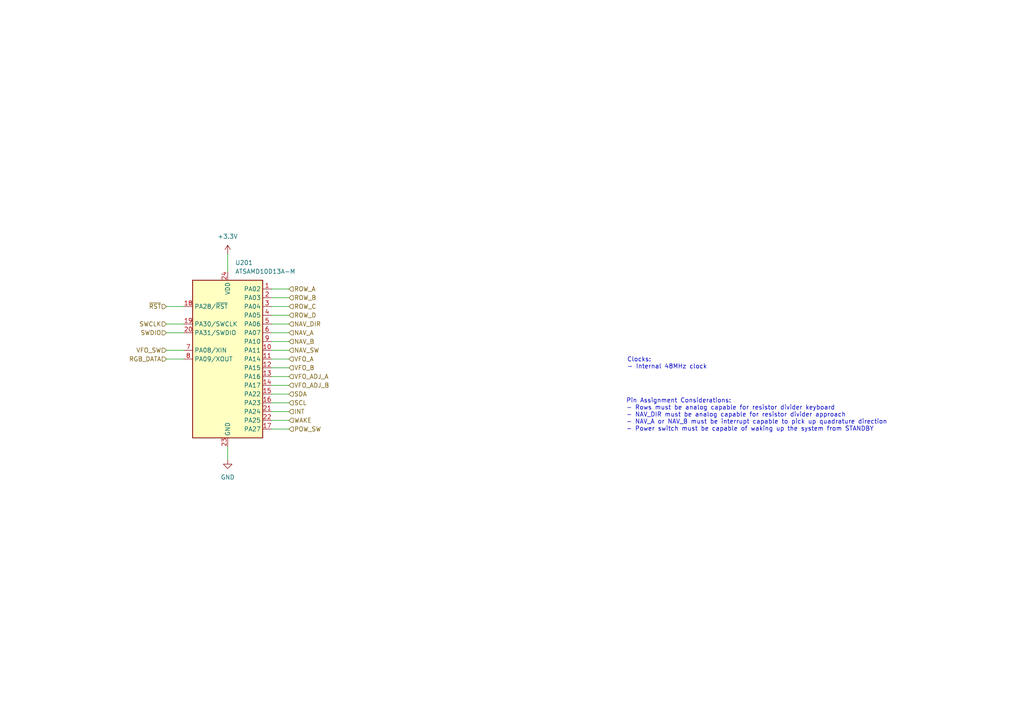
<source format=kicad_sch>
(kicad_sch (version 20250114) (generator "eeschema") (generator_version "9.0")
  (paper "A4")
  (lib_symbols
    (symbol "BVH_MCU_Microchip_SAMD:ATSAMD10D13A-M"
      (property "Reference" "U" (at -10.16 24.13 0))
      (property "Value" "ATSAMD10D13A-M" (at 1.27 24.13 0))
      (symbol "ATSAMD10D13A-M_0_1"
        (rectangle (start -10.16 22.86) (end 10.16 -22.86) (stroke (width 0.254)) (fill (type background)))
      )
      (symbol "ATSAMD10D13A-M_1_1"
        (pin bidirectional line (at -12.7 15.24 0) (length 2.54) (name "PA28/~{RST}") (number "18"))
        (pin bidirectional line (at -12.7 10.16 0) (length 2.54) (name "PA30/SWCLK") (number "19"))
        (pin bidirectional line (at -12.7 7.62 0) (length 2.54) (name "PA31/SWDIO") (number "20"))
        (pin bidirectional line (at -12.7 2.54 0) (length 2.54) (name "PA08/XIN") (number "7"))
        (pin bidirectional line (at -12.7 0 0) (length 2.54) (name "PA09/XOUT") (number "8"))
        (pin power_in line (at 0 25.4 270) (length 2.54) (name "VDD") (number "24"))
        (pin power_in line (at 0 -25.4 90) (length 2.54) (name "GND") (number "23"))
        (pin power_in line (at 0 -25.4 90) (length 2.54) (hide yes) (name "GND") (number "25"))
        (pin bidirectional line (at 12.7 20.32 180) (length 2.54) (name "PA02") (number "1"))
        (pin bidirectional line (at 12.7 17.78 180) (length 2.54) (name "PA03") (number "2"))
        (pin bidirectional line (at 12.7 15.24 180) (length 2.54) (name "PA04") (number "3"))
        (pin bidirectional line (at 12.7 12.7 180) (length 2.54) (name "PA05") (number "4"))
        (pin bidirectional line (at 12.7 10.16 180) (length 2.54) (name "PA06") (number "5"))
        (pin bidirectional line (at 12.7 7.62 180) (length 2.54) (name "PA07") (number "6"))
        (pin bidirectional line (at 12.7 5.08 180) (length 2.54) (name "PA10") (number "9"))
        (pin bidirectional line (at 12.7 2.54 180) (length 2.54) (name "PA11") (number "10"))
        (pin bidirectional line (at 12.7 0 180) (length 2.54) (name "PA14") (number "11"))
        (pin bidirectional line (at 12.7 -2.54 180) (length 2.54) (name "PA15") (number "12"))
        (pin bidirectional line (at 12.7 -5.08 180) (length 2.54) (name "PA16") (number "13"))
        (pin bidirectional line (at 12.7 -7.62 180) (length 2.54) (name "PA17") (number "14"))
        (pin bidirectional line (at 12.7 -10.16 180) (length 2.54) (name "PA22") (number "15"))
        (pin bidirectional line (at 12.7 -12.7 180) (length 2.54) (name "PA23") (number "16"))
        (pin bidirectional line (at 12.7 -15.24 180) (length 2.54) (name "PA24") (number "21"))
        (pin bidirectional line (at 12.7 -17.78 180) (length 2.54) (name "PA25") (number "22"))
        (pin bidirectional line (at 12.7 -20.32 180) (length 2.54) (name "PA27") (number "17"))
      )
    )
    (symbol "power:+3.3V" (power) (pin_numbers (hide yes)) (pin_names (offset 0) (hide yes))
      (property "Value" "+3.3V" (at 0 3.556 0))
      (symbol "+3.3V_0_1"
        (polyline (pts (xy -0.762 1.27) (xy 0 2.54)))
        (polyline (pts (xy 0 2.54) (xy 0.762 1.27)))
        (polyline (pts (xy 0 0) (xy 0 2.54)))
      )
      (symbol "+3.3V_1_1"
        (pin power_in line (at 0 0 90) (length 0) (name "~") (number "1"))
      )
    )
    (symbol "power:GND" (power) (pin_numbers (hide yes)) (pin_names (offset 0) (hide yes))
      (property "Value" "GND" (at 0 -3.81 0))
      (symbol "GND_0_1"
        (polyline (pts (xy 0 0) (xy 0 -1.27) (xy 1.27 -1.27) (xy 0 -2.54) (xy -1.27 -1.27) (xy 0 -1.27)))
      )
      (symbol "GND_1_1"
        (pin power_in line (at 0 0 270) (length 0) (name "~") (number "1"))
      )
    )
  )
  (text "Clocks:\n- Internal 48MHz clock" (at 181.864 105.41 0) (effects (font (size 1.27 1.27)) (justify left)))
  (text "Pin Assignment Considerations:\n- Rows must be analog capable for resistor divider keyboard\n- NAV_DIR must be analog capable for resistor divider approach\n- NAV_A or NAV_B must be interrupt capable to pick up quadrature direction\n- Power switch must be capable of waking up the system from STANDBY\n" (at 181.61 120.396 0) (effects (font (size 1.27 1.27)) (justify left)))
  (wire (pts (xy 48.26 101.6) (xy 53.34 101.6)))
  (wire (pts (xy 48.26 104.14) (xy 53.34 104.14)))
  (wire (pts (xy 78.74 88.9) (xy 83.82 88.9)))
  (wire (pts (xy 78.74 121.92) (xy 83.82 121.92)))
  (wire (pts (xy 78.74 109.22) (xy 83.82 109.22)))
  (wire (pts (xy 48.26 93.98) (xy 53.34 93.98)))
  (wire (pts (xy 78.74 101.6) (xy 83.82 101.6)))
  (wire (pts (xy 48.26 96.52) (xy 53.34 96.52)))
  (wire (pts (xy 78.74 86.36) (xy 83.82 86.36)))
  (wire (pts (xy 78.74 119.38) (xy 83.82 119.38)))
  (wire (pts (xy 78.74 99.06) (xy 83.82 99.06)))
  (wire (pts (xy 78.74 111.76) (xy 83.82 111.76)))
  (wire (pts (xy 66.04 129.54) (xy 66.04 133.35)))
  (wire (pts (xy 78.74 93.98) (xy 83.82 93.98)))
  (wire (pts (xy 78.74 106.68) (xy 83.82 106.68)))
  (wire (pts (xy 78.74 104.14) (xy 83.82 104.14)))
  (wire (pts (xy 48.26 88.9) (xy 53.34 88.9)))
  (wire (pts (xy 78.74 124.46) (xy 83.82 124.46)))
  (wire (pts (xy 66.04 73.66) (xy 66.04 78.74)))
  (wire (pts (xy 78.74 96.52) (xy 83.82 96.52)))
  (wire (pts (xy 78.74 83.82) (xy 83.82 83.82)))
  (wire (pts (xy 78.74 91.44) (xy 83.82 91.44)))
  (wire (pts (xy 78.74 116.84) (xy 83.82 116.84)))
  (wire (pts (xy 78.74 114.3) (xy 83.82 114.3)))
  (hierarchical_label "RGB_DATA" (shape input) (at 48.26 104.14 180))
  (hierarchical_label "ROW_B" (shape input) (at 83.82 86.36 0))
  (hierarchical_label "WAKE" (shape input) (at 83.82 121.92 0))
  (hierarchical_label "VFO_B" (shape input) (at 83.82 106.68 0))
  (hierarchical_label "SCL" (shape input) (at 83.82 116.84 0))
  (hierarchical_label "~{RST}" (shape input) (at 48.26 88.9 180))
  (hierarchical_label "SDA" (shape input) (at 83.82 114.3 0))
  (hierarchical_label "INT" (shape input) (at 83.82 119.38 0))
  (hierarchical_label "VFO_A" (shape input) (at 83.82 104.14 0))
  (hierarchical_label "SWCLK" (shape input) (at 48.26 93.98 180))
  (hierarchical_label "NAV_A" (shape input) (at 83.82 96.52 0))
  (hierarchical_label "SWDIO" (shape input) (at 48.26 96.52 180))
  (hierarchical_label "VFO_ADJ_B" (shape input) (at 83.82 111.76 0))
  (hierarchical_label "POW_SW" (shape input) (at 83.82 124.46 0))
  (hierarchical_label "ROW_C" (shape input) (at 83.82 88.9 0))
  (hierarchical_label "NAV_B" (shape input) (at 83.82 99.06 0))
  (hierarchical_label "ROW_D" (shape input) (at 83.82 91.44 0))
  (hierarchical_label "NAV_DIR" (shape input) (at 83.82 93.98 0))
  (hierarchical_label "ROW_A" (shape input) (at 83.82 83.82 0))
  (hierarchical_label "VFO_SW" (shape input) (at 48.26 101.6 180))
  (hierarchical_label "VFO_ADJ_A" (shape input) (at 83.82 109.22 0))
  (hierarchical_label "NAV_SW" (shape input) (at 83.82 101.6 0))
  (symbol (lib_id "power:+3.3V") (at 66.04 73.66 0) (unit 1)
    (property "Reference" "#PWR0701" (effects (hide yes)))
    (property "Value" "+3.3V" (at 66.04 68.58 0))
    (property "Description" "Power symbol creates a global label with name \"+3.3V\"" (effects (hide yes)))
    (instances (project "" (path "" (reference "#PWR0201") (unit 1))) (project "" (path "" (reference "#PWR0701") (unit 1))))
  )
  (symbol (lib_id "power:GND") (at 66.04 133.35 0) (unit 1)
    (property "Reference" "#PWR0702" (effects (hide yes)))
    (property "Value" "GND" (at 66.04 138.43 0))
    (property "Description" "Power symbol creates a global label with name \"GND\" , ground" (effects (hide yes)))
    (instances (project "" (path "" (reference "#PWR0202") (unit 1))) (project "" (path "" (reference "#PWR0702") (unit 1))))
  )
  (symbol (lib_id "BVH_MCU_Microchip_SAMD:ATSAMD10D13A-M") (at 66.04 104.14 0) (unit 1)
    (property "Reference" "U701" (at 68.1833 76.2 0) (effects (justify left)))
    (property "Value" "ATSAMD10D13A-M" (at 68.1833 78.74 0) (effects (justify left)))
    (property "Footprint" "Package_DFN_QFN:QFN-24-1EP_4x4mm_P0.5mm_EP2.6x2.6mm" (effects (hide yes)))
    (property "Datasheet" "http://ww1.microchip.com/downloads/en/DeviceDoc/Atmel-42242-SAM-D10_Datasheet.pdf" (effects (hide yes)))
    (property "Description" "ARM Cortex-M0+ MCU, 48MHz, 8KB Flash, 4KB RAM, 1.6-3.6V, 22 GPIO, QFN-24" (effects (hide yes)))
    (instances (project "hmi_board" (path "" (reference "U201") (unit 1))) (project "hmi_board" (path "" (reference "U701") (unit 1))))
  )
)
</source>
